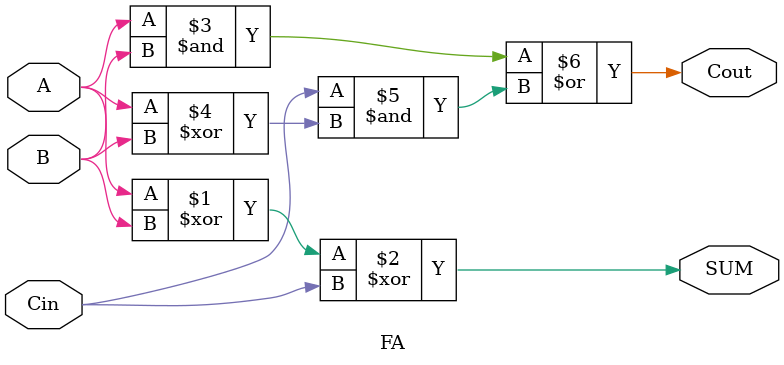
<source format=v>
module FA(
    
    input wire A,
    input wire B,
    input wire Cin,
    output wire SUM,
    output wire Cout
   
    );
    
    assign SUM = A ^ B ^ Cin;
    assign Cout = (A&B)|(Cin&(A^B));
    
endmodule

</source>
